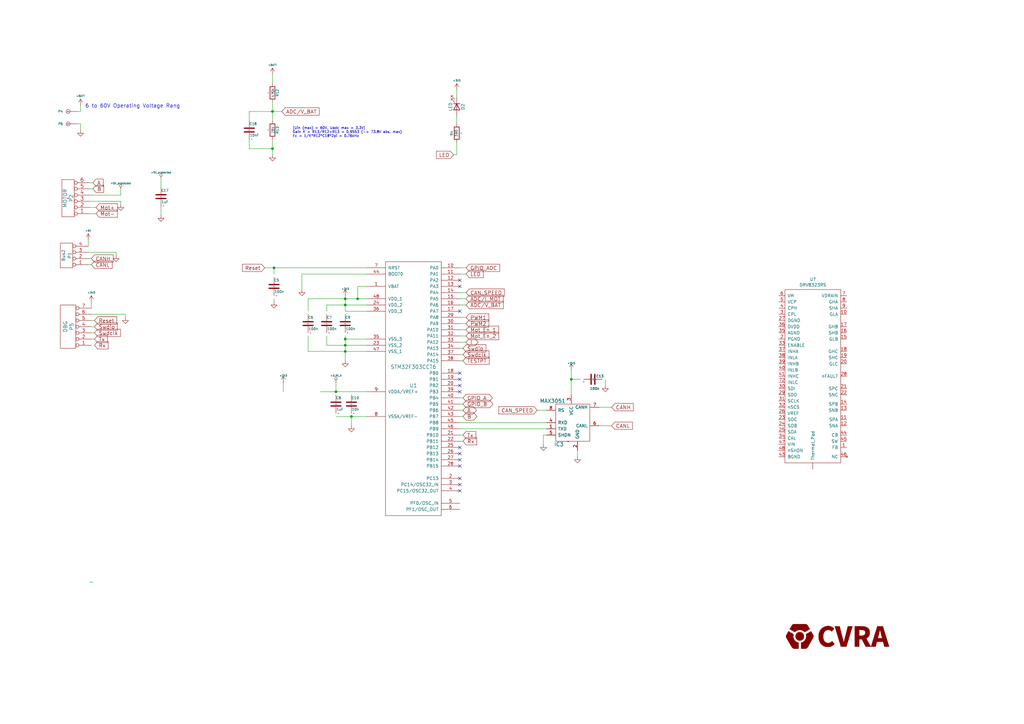
<source format=kicad_sch>
(kicad_sch (version 20230121) (generator eeschema)
  (paper "A3")
  (title_block (title "Motor control board") (date "11 apr 2015") (rev "V00") (company "CVRA"))
  (lib_symbols
    (symbol "3phase-rescue:+3.3V-power" (power) (pin_names (offset 0))
      (property "Value" "+3.3V-power" (at 0 3.556 0))
      (symbol "+3.3V-power_1_1"
        (pin power_in line (at 0 0 90) (length 0) hide (name "+3V3") (number "1"))
      )
    )
    (symbol "3phase-rescue:+3.3V_A-Comp2014" (power) (pin_names (offset 0))
      (property "Value" "+3.3V_A-Comp2014" (at 0 2.794 0))
      (symbol "+3.3V_A-Comp2014_0_0"
        (pin power_in line (at 0 0 90) (length 0) hide (name "+3.3V_A") (number "1"))
      )
    )
    (symbol "3phase-rescue:+5V_protected-Comp2014" (power) (pin_names (offset 1.016))
      (property "Value" "+5V_protected-Comp2014" (at 0 2.286 0))
      (symbol "+5V_protected-Comp2014_0_0"
        (pin power_in line (at 0 0 90) (length 0) hide (name "+5V_protected") (number "1"))
      )
    )
    (symbol "3phase-rescue:CONN_1-phoenix" (pin_numbers hide) (pin_names (offset 0.762) hide)
      (property "Reference" "P" (at 2.032 0 0))
      (symbol "CONN_1-phoenix_1_1"
        (pin passive line (at -3.81 0 0) (length 2.54) (name "1") (number "1"))
      )
    )
    (symbol "3phase-rescue:CONN_4-phoenix" (pin_names (offset 1.016) hide)
      (property "Reference" "P" (at -1.27 0 90))
      (property "Value" "phoenix:CONN_4" (at 1.27 0 90))
      (symbol "CONN_4-phoenix_1_1"
        (pin passive inverted (at -8.89 3.81 0) (length 6.35) (name "P1") (number "1"))
        (pin passive inverted (at -8.89 1.27 0) (length 6.35) (name "P2") (number "2"))
        (pin passive inverted (at -8.89 -1.27 0) (length 6.35) (name "P3") (number "3"))
        (pin passive inverted (at -8.89 -3.81 0) (length 6.35) (name "P4") (number "4"))
      )
    )
    (symbol "3phase-rescue:CONN_6-phoenix" (pin_names (offset 0.762) hide)
      (property "Reference" "P" (at -1.27 0 90))
      (property "Value" "phoenix:CONN_6" (at 1.27 0 90))
      (symbol "CONN_6-phoenix_1_1"
        (pin passive inverted (at -8.89 6.35 0) (length 6.35) (name "1") (number "1"))
        (pin passive inverted (at -8.89 3.81 0) (length 6.35) (name "2") (number "2"))
        (pin passive inverted (at -8.89 1.27 0) (length 6.35) (name "3") (number "3"))
        (pin passive inverted (at -8.89 -1.27 0) (length 6.35) (name "4") (number "4"))
        (pin passive inverted (at -8.89 -3.81 0) (length 6.35) (name "5") (number "5"))
        (pin passive inverted (at -8.89 -6.35 0) (length 6.35) (name "6") (number "6"))
      )
    )
    (symbol "3phase-rescue:CONN_7-phoenix" (pin_names (offset 1.016) hide)
      (property "Reference" "P" (at -0.762 0 90))
      (property "Value" "phoenix:CONN_7" (at 1.778 0 90))
      (symbol "CONN_7-phoenix_1_1"
        (pin passive inverted (at -8.89 7.62 0) (length 6.35) (name "P1") (number "1"))
        (pin passive inverted (at -8.89 5.08 0) (length 6.35) (name "P2") (number "2"))
        (pin passive inverted (at -8.89 2.54 0) (length 6.35) (name "P3") (number "3"))
        (pin passive inverted (at -8.89 0 0) (length 6.35) (name "P4") (number "4"))
        (pin passive inverted (at -8.89 -2.54 0) (length 6.35) (name "P5") (number "5"))
        (pin passive inverted (at -8.89 -5.08 0) (length 6.35) (name "P6") (number "6"))
        (pin passive inverted (at -8.89 -7.62 0) (length 6.35) (name "P7") (number "7"))
      )
    )
    (symbol "3phase-rescue:CVRA_logo-logo" (pin_names (offset 1.016)))
    (symbol "3phase-rescue:DRV8323RS-cvra" (pin_names (offset 1.016))
      (property "Reference" "U" (at 10.16 36.83 0))
      (property "Value" "cvra:DRV8323RS" (at -6.35 36.83 0))
      (symbol "DRV8323RS-cvra_1_1"
        (pin input line (at 13.97 -29.21 180) (length 2.54) (name "FB") (number "1"))
        (pin output line (at 13.97 25.4 180) (length 2.54) (name "GLA") (number "10"))
        (pin input line (at 13.97 -17.78 180) (length 2.54) (name "SPA") (number "11"))
        (pin input line (at 13.97 -20.32 180) (length 2.54) (name "SNA") (number "12"))
        (pin input line (at 13.97 -13.97 180) (length 2.54) (name "SNB") (number "13"))
        (pin input line (at 13.97 -11.43 180) (length 2.54) (name "SPB") (number "14"))
        (pin output line (at 13.97 15.24 180) (length 2.54) (name "GLB") (number "15"))
        (pin input line (at 13.97 17.78 180) (length 2.54) (name "SHB") (number "16"))
        (pin output line (at 13.97 20.32 180) (length 2.54) (name "GHB") (number "17"))
        (pin output line (at 13.97 10.16 180) (length 2.54) (name "GHC") (number "18"))
        (pin input line (at 13.97 7.62 180) (length 2.54) (name "SHC") (number "19"))
        (pin power_in line (at -13.97 15.24 0) (length 2.54) (name "PGND") (number "2"))
        (pin output line (at 13.97 5.08 180) (length 2.54) (name "GLC") (number "20"))
        (pin input line (at 13.97 -5.08 180) (length 2.54) (name "SPC") (number "21"))
        (pin input line (at 13.97 -7.62 180) (length 2.54) (name "SNC") (number "22"))
        (pin output line (at -13.97 -17.78 0) (length 2.54) (name "SOC") (number "23"))
        (pin output line (at -13.97 -20.32 0) (length 2.54) (name "SOB") (number "24"))
        (pin output line (at -13.97 -22.86 0) (length 2.54) (name "SOA") (number "25"))
        (pin power_in line (at -13.97 -15.24 0) (length 2.54) (name "VREF") (number "26"))
        (pin power_in line (at -13.97 22.86 0) (length 2.54) (name "DGND") (number "27"))
        (pin open_collector line (at 13.97 0 180) (length 2.54) (name "nFAULT") (number "28"))
        (pin open_collector line (at -13.97 -7.62 0) (length 2.54) (name "SDO") (number "29"))
        (pin power_in line (at -13.97 25.4 0) (length 2.54) (name "CPL") (number "3"))
        (pin input line (at -13.97 -5.08 0) (length 2.54) (name "SDI") (number "30"))
        (pin input line (at -13.97 -10.16 0) (length 2.54) (name "SCLK") (number "31"))
        (pin input line (at -13.97 -12.7 0) (length 2.54) (name "nSCS") (number "32"))
        (pin input line (at -13.97 12.7 0) (length 2.54) (name "ENABLE") (number "33"))
        (pin input line (at -13.97 -25.4 0) (length 2.54) (name "CAL") (number "34"))
        (pin power_in line (at -13.97 17.78 0) (length 2.54) (name "AGND") (number "35"))
        (pin power_out line (at -13.97 20.32 0) (length 2.54) (name "DVDD") (number "36"))
        (pin input line (at -13.97 10.16 0) (length 2.54) (name "INHA") (number "37"))
        (pin input line (at -13.97 7.62 0) (length 2.54) (name "INLA") (number "38"))
        (pin input line (at -13.97 5.08 0) (length 2.54) (name "INHB") (number "39"))
        (pin power_in line (at -13.97 27.94 0) (length 2.54) (name "CPH") (number "4"))
        (pin input line (at -13.97 2.54 0) (length 2.54) (name "INLB") (number "40"))
        (pin input line (at -13.97 0 0) (length 2.54) (name "INHC") (number "41"))
        (pin power_in line (at -13.97 -33.02 0) (length 2.54) (name "BGND") (number "43"))
        (pin power_in line (at 13.97 -24.13 180) (length 2.54) (name "CB") (number "44"))
        (pin output line (at 13.97 -26.67 180) (length 2.54) (name "SW") (number "45"))
        (pin no_connect line (at 13.97 -33.02 180) (length 2.54) (name "NC") (number "46"))
        (pin power_in line (at -13.97 -27.94 0) (length 2.54) (name "VIN") (number "47"))
        (pin input line (at -13.97 -30.48 0) (length 2.54) (name "nSHDN") (number "48"))
        (pin power_in line (at -13.97 30.48 0) (length 2.54) (name "VCP") (number "5"))
        (pin power_in line (at -13.97 33.02 0) (length 2.54) (name "VM") (number "6"))
        (pin input line (at 13.97 33.02 180) (length 2.54) (name "VDRAIN") (number "7"))
        (pin input line (at -13.97 -2.54 0) (length 2.54) (name "INLC") (number "72"))
        (pin output line (at 13.97 30.48 180) (length 2.54) (name "GHA") (number "8"))
        (pin input line (at 13.97 27.94 180) (length 2.54) (name "SHA") (number "9"))
        (pin power_in line (at 0 -38.1 90) (length 2.54) (name "Thermal_Pad") (number "~"))
      )
    )
    (symbol "3phase-rescue:MAX3051-Comp2014" (pin_names (offset 1.016))
      (property "Reference" "IC" (at -3.81 -1.27 0))
      (property "Value" "Comp2014:MAX3051" (at -6.35 16.51 0))
      (symbol "MAX3051-Comp2014_1_1"
        (pin bidirectional line (at -8.89 5.08 0) (length 3.6322) (name "TXD") (number "1"))
        (pin bidirectional line (at 3.81 -3.81 90) (length 3.6322) (name "GND") (number "2"))
        (pin bidirectional line (at 1.27 19.05 270) (length 3.6322) (name "VCC") (number "3"))
        (pin bidirectional line (at -8.89 7.62 0) (length 3.6322) (name "RXD") (number "4"))
        (pin bidirectional line (at -8.89 2.54 0) (length 3.6322) (name "SHDN") (number "5"))
        (pin bidirectional line (at 12.7 6.35 180) (length 3.6322) (name "CANL") (number "6"))
        (pin bidirectional line (at 12.7 13.97 180) (length 3.6322) (name "CANH") (number "7"))
        (pin bidirectional line (at -8.89 12.7 0) (length 3.6322) (name "RS") (number "8"))
      )
    )
    (symbol "3phase-rescue:STM32F303CCT6-_stm32" (pin_names (offset 1.016))
      (property "Reference" "U" (at 0 1.27 0))
      (property "Value" "_stm32:STM32F303CCT6" (at 0 8.89 0))
      (symbol "STM32F303CCT6-_stm32_1_1"
        (pin bidirectional line (at -19.05 41.91 0) (length 7.62) (name "VBAT") (number "1"))
        (pin bidirectional line (at 19.05 49.53 180) (length 7.62) (name "PA0") (number "10"))
        (pin bidirectional line (at 19.05 46.99 180) (length 7.62) (name "PA1") (number "11"))
        (pin bidirectional line (at 19.05 44.45 180) (length 7.62) (name "PA2") (number "12"))
        (pin bidirectional line (at 19.05 41.91 180) (length 7.62) (name "PA3") (number "13"))
        (pin bidirectional line (at 19.05 39.37 180) (length 7.62) (name "PA4") (number "14"))
        (pin bidirectional line (at 19.05 36.83 180) (length 7.62) (name "PA5") (number "15"))
        (pin bidirectional line (at 19.05 34.29 180) (length 7.62) (name "PA6") (number "16"))
        (pin bidirectional line (at 19.05 31.75 180) (length 7.62) (name "PA7") (number "17"))
        (pin bidirectional line (at 19.05 6.35 180) (length 7.62) (name "PB0") (number "18"))
        (pin bidirectional line (at 19.05 3.81 180) (length 7.62) (name "PB1") (number "19"))
        (pin bidirectional line (at 19.05 -36.83 180) (length 7.62) (name "PC13") (number "2"))
        (pin bidirectional line (at 19.05 1.27 180) (length 7.62) (name "PB2") (number "20"))
        (pin bidirectional line (at 19.05 -19.05 180) (length 7.62) (name "PB10") (number "21"))
        (pin bidirectional line (at 19.05 -21.59 180) (length 7.62) (name "PB11") (number "22"))
        (pin bidirectional line (at -19.05 17.78 0) (length 7.62) (name "VSS_2") (number "23"))
        (pin bidirectional line (at -19.05 34.29 0) (length 7.62) (name "VDD_2") (number "24"))
        (pin bidirectional line (at 19.05 -24.13 180) (length 7.62) (name "PB12") (number "25"))
        (pin bidirectional line (at 19.05 -26.67 180) (length 7.62) (name "PB13") (number "26"))
        (pin bidirectional line (at 19.05 -29.21 180) (length 7.62) (name "PB14") (number "27"))
        (pin bidirectional line (at 19.05 -31.75 180) (length 7.62) (name "PB15") (number "28"))
        (pin bidirectional line (at 19.05 29.21 180) (length 7.62) (name "PA8") (number "29"))
        (pin bidirectional line (at 19.05 -39.37 180) (length 7.62) (name "PC14/OSC32_IN") (number "3"))
        (pin bidirectional line (at 19.05 26.67 180) (length 7.62) (name "PA9") (number "30"))
        (pin bidirectional line (at 19.05 24.13 180) (length 7.62) (name "PA10") (number "31"))
        (pin bidirectional line (at 19.05 21.59 180) (length 7.62) (name "PA11") (number "32"))
        (pin bidirectional line (at 19.05 19.05 180) (length 7.62) (name "PA12") (number "33"))
        (pin bidirectional line (at 19.05 16.51 180) (length 7.62) (name "PA13") (number "34"))
        (pin bidirectional line (at -19.05 20.32 0) (length 7.62) (name "VSS_3") (number "35"))
        (pin bidirectional line (at -19.05 31.75 0) (length 7.62) (name "VDD_3") (number "36"))
        (pin bidirectional line (at 19.05 13.97 180) (length 7.62) (name "PA14") (number "37"))
        (pin bidirectional line (at 19.05 11.43 180) (length 7.62) (name "PA15") (number "38"))
        (pin bidirectional line (at 19.05 -1.27 180) (length 7.62) (name "PB3") (number "39"))
        (pin bidirectional line (at 19.05 -41.91 180) (length 7.62) (name "PC15/OSC32_OUT") (number "4"))
        (pin bidirectional line (at 19.05 -3.81 180) (length 7.62) (name "PB4") (number "40"))
        (pin bidirectional line (at 19.05 -6.35 180) (length 7.62) (name "PB5") (number "41"))
        (pin bidirectional line (at 19.05 -8.89 180) (length 7.62) (name "PB6") (number "42"))
        (pin bidirectional line (at 19.05 -11.43 180) (length 7.62) (name "PB7") (number "43"))
        (pin bidirectional line (at -19.05 46.99 0) (length 7.62) (name "BOOT0") (number "44"))
        (pin bidirectional line (at 19.05 -13.97 180) (length 7.62) (name "PB8") (number "45"))
        (pin bidirectional line (at 19.05 -16.51 180) (length 7.62) (name "PB9") (number "46"))
        (pin bidirectional line (at -19.05 15.24 0) (length 7.62) (name "VSS_1") (number "47"))
        (pin bidirectional line (at -19.05 36.83 0) (length 7.62) (name "VDD_1") (number "48"))
        (pin bidirectional line (at 19.05 -46.99 180) (length 7.62) (name "PF0/OSC_IN") (number "5"))
        (pin bidirectional line (at 19.05 -49.53 180) (length 7.62) (name "PF1/OSC_OUT") (number "6"))
        (pin bidirectional line (at -19.05 49.53 0) (length 7.62) (name "NRST") (number "7"))
        (pin bidirectional line (at -19.05 -11.43 0) (length 7.62) (name "VSSA/VREF-") (number "8"))
        (pin bidirectional line (at -19.05 -1.27 0) (length 7.62) (name "VDDA/VREF+") (number "9"))
      )
    )
    (symbol "Device:C" (pin_numbers hide) (pin_names (offset 0.254))
      (property "Reference" "C" (at 0.635 2.54 0))
      (property "Value" "C" (at 0.635 -2.54 0))
      (symbol "C_1_1"
        (pin passive line (at 0 3.81 270) (length 2.794) (name "~") (number "1"))
        (pin passive line (at 0 -3.81 90) (length 2.794) (name "~") (number "2"))
      )
    )
    (symbol "Device:LED" (pin_numbers hide) (pin_names (offset 1.016) hide)
      (property "Reference" "D" (at 0 2.54 0))
      (property "Value" "LED" (at 0 -2.54 0))
      (symbol "LED_1_1"
        (pin passive line (at -3.81 0 0) (length 2.54) (name "K") (number "1"))
        (pin passive line (at 3.81 0 180) (length 2.54) (name "A") (number "2"))
      )
    )
    (symbol "Device:R" (pin_numbers hide) (pin_names (offset 0))
      (property "Reference" "R" (at 2.032 0 90))
      (property "Value" "R" (at 0 0 90))
      (symbol "R_1_1"
        (pin passive line (at 0 3.81 270) (length 1.27) (name "~") (number "1"))
        (pin passive line (at 0 -3.81 90) (length 1.27) (name "~") (number "2"))
      )
    )
    (symbol "power:+5V" (power) (pin_names (offset 0))
      (property "Value" "+5V" (at 0 3.556 0))
      (symbol "+5V_1_1"
        (pin power_in line (at 0 0 90) (length 0) hide (name "+5V") (number "1"))
      )
    )
    (symbol "power:+BATT" (power) (pin_names (offset 0))
      (property "Value" "+BATT" (at 0 3.556 0))
      (symbol "+BATT_1_1"
        (pin power_in line (at 0 0 90) (length 0) hide (name "+BATT") (number "1"))
      )
    )
    (symbol "power:GND" (power) (pin_names (offset 0))
      (property "Value" "GND" (at 0 -3.81 0))
      (symbol "GND_1_1"
        (pin power_in line (at 0 0 270) (length 0) hide (name "GND") (number "1"))
      )
    )
  )
  (junction (at 137.795 160.655))
  (junction (at 141.605 122.555))
  (junction (at 112.395 109.855))
  (junction (at 141.605 139.065))
  (junction (at 146.685 122.555))
  (junction (at 234.315 155.575))
  (junction (at 144.145 170.815))
  (junction (at 141.605 144.145))
  (junction (at 141.605 141.605))
  (junction (at 111.76 45.72))
  (junction (at 141.605 125.095))
  (junction (at 111.76 60.96))
  (no_connect (at 188.595 153.035))
  (no_connect (at 188.595 183.515))
  (no_connect (at 188.595 198.755))
  (no_connect (at 188.595 127.635))
  (no_connect (at 188.595 188.595))
  (no_connect (at 188.595 114.935))
  (no_connect (at 188.595 117.475))
  (no_connect (at 188.595 160.655))
  (no_connect (at 188.595 196.215))
  (no_connect (at 188.595 158.115))
  (no_connect (at 188.595 155.575))
  (no_connect (at 188.595 191.135))
  (no_connect (at 188.595 186.055))
  (no_connect (at 188.595 201.295))
  (wire (pts (xy 220.345 168.275) (xy 224.155 168.275)))
  (wire (pts (xy 150.495 112.395) (xy 123.825 112.395)))
  (wire (pts (xy 31.75 45.72) (xy 33.02 45.72)))
  (wire (pts (xy 144.145 170.815) (xy 144.145 174.625)))
  (wire (pts (xy 234.315 151.765) (xy 234.315 155.575)))
  (wire (pts (xy 189.865 178.435) (xy 188.595 178.435)))
  (wire (pts (xy 187.325 47.625) (xy 187.325 50.8)))
  (wire (pts (xy 36.195 106.045) (xy 37.465 106.045)))
  (wire (pts (xy 141.605 141.605) (xy 150.495 141.605)))
  (wire (pts (xy 191.135 140.335) (xy 188.595 140.335)))
  (wire (pts (xy 49.53 80.01) (xy 49.53 77.47)))
  (wire (pts (xy 133.985 141.605) (xy 141.605 141.605)))
  (wire (pts (xy 191.135 122.555) (xy 188.595 122.555)))
  (wire (pts (xy 189.865 163.195) (xy 188.595 163.195)))
  (wire (pts (xy 36.83 77.47) (xy 38.1 77.47)))
  (wire (pts (xy 191.135 132.715) (xy 188.595 132.715)))
  (wire (pts (xy 141.605 121.285) (xy 141.605 122.555)))
  (wire (pts (xy 133.985 125.095) (xy 141.605 125.095)))
  (wire (pts (xy 141.605 125.095) (xy 141.605 127.635)))
  (wire (pts (xy 189.865 142.875) (xy 188.595 142.875)))
  (wire (pts (xy 133.985 141.605) (xy 133.985 137.795)))
  (wire (pts (xy 222.885 178.435) (xy 222.885 182.245)))
  (wire (pts (xy 150.495 139.065) (xy 141.605 139.065)))
  (wire (pts (xy 31.75 50.8) (xy 33.02 50.8)))
  (wire (pts (xy 112.395 109.855) (xy 150.495 109.855)))
  (wire (pts (xy 36.195 108.585) (xy 37.465 108.585)))
  (wire (pts (xy 66.04 88.265) (xy 66.04 84.455)))
  (wire (pts (xy 66.04 76.835) (xy 66.04 73.025)))
  (wire (pts (xy 189.865 168.275) (xy 188.595 168.275)))
  (wire (pts (xy 108.585 109.855) (xy 112.395 109.855)))
  (wire (pts (xy 111.76 45.72) (xy 115.57 45.72)))
  (wire (pts (xy 37.465 133.985) (xy 38.735 133.985)))
  (wire (pts (xy 141.605 125.095) (xy 150.495 125.095)))
  (wire (pts (xy 126.365 144.145) (xy 141.605 144.145)))
  (wire (pts (xy 102.235 60.96) (xy 111.76 60.96)))
  (wire (pts (xy 146.685 117.475) (xy 150.495 117.475)))
  (wire (pts (xy 36.83 85.09) (xy 39.37 85.09)))
  (wire (pts (xy 137.795 156.845) (xy 137.795 160.655)))
  (wire (pts (xy 112.395 123.825) (xy 112.395 122.555)))
  (wire (pts (xy 126.365 144.145) (xy 126.365 137.795)))
  (wire (pts (xy 102.235 45.72) (xy 111.76 45.72)))
  (wire (pts (xy 33.02 45.72) (xy 33.02 43.18)))
  (wire (pts (xy 33.02 50.8) (xy 33.02 53.34)))
  (wire (pts (xy 47.625 103.505) (xy 47.625 104.775)))
  (wire (pts (xy 141.605 127.635) (xy 150.495 127.635)))
  (wire (pts (xy 49.53 83.82) (xy 49.53 82.55)))
  (wire (pts (xy 144.145 170.815) (xy 150.495 170.815)))
  (wire (pts (xy 126.365 122.555) (xy 126.365 127.635)))
  (wire (pts (xy 189.865 180.975) (xy 188.595 180.975)))
  (wire (pts (xy 36.83 80.01) (xy 49.53 80.01)))
  (wire (pts (xy 102.235 57.15) (xy 102.235 60.96)))
  (wire (pts (xy 133.985 125.095) (xy 133.985 127.635)))
  (wire (pts (xy 37.465 136.525) (xy 38.735 136.525)))
  (wire (pts (xy 36.83 87.63) (xy 39.37 87.63)))
  (wire (pts (xy 224.155 175.895) (xy 188.595 175.895)))
  (wire (pts (xy 37.465 128.905) (xy 51.435 128.905)))
  (wire (pts (xy 224.155 178.435) (xy 222.885 178.435)))
  (wire (pts (xy 189.865 147.955) (xy 188.595 147.955)))
  (wire (pts (xy 141.605 122.555) (xy 141.605 125.095)))
  (wire (pts (xy 141.605 122.555) (xy 146.685 122.555)))
  (wire (pts (xy 236.855 184.785) (xy 236.855 187.325)))
  (wire (pts (xy 51.435 128.905) (xy 51.435 130.175)))
  (wire (pts (xy 36.195 103.505) (xy 47.625 103.505)))
  (wire (pts (xy 111.76 57.15) (xy 111.76 60.96)))
  (wire (pts (xy 111.76 60.96) (xy 111.76 63.5)))
  (wire (pts (xy 126.365 122.555) (xy 141.605 122.555)))
  (wire (pts (xy 37.465 126.365) (xy 37.465 123.825)))
  (wire (pts (xy 141.605 141.605) (xy 141.605 144.145)))
  (wire (pts (xy 137.795 170.815) (xy 144.145 170.815)))
  (wire (pts (xy 146.685 122.555) (xy 146.685 117.475)))
  (wire (pts (xy 191.135 125.095) (xy 188.595 125.095)))
  (wire (pts (xy 116.205 156.845) (xy 116.205 160.655)))
  (wire (pts (xy 187.325 63.5) (xy 187.325 58.42)))
  (wire (pts (xy 137.795 160.655) (xy 150.495 160.655)))
  (wire (pts (xy 191.135 137.795) (xy 188.595 137.795)))
  (wire (pts (xy 131.445 160.655) (xy 137.795 160.655)))
  (wire (pts (xy 111.76 41.91) (xy 111.76 45.72)))
  (wire (pts (xy 111.76 45.72) (xy 111.76 49.53)))
  (wire (pts (xy 187.325 36.83) (xy 187.325 40.005)))
  (wire (pts (xy 102.235 45.72) (xy 102.235 49.53)))
  (wire (pts (xy 191.135 135.255) (xy 188.595 135.255)))
  (wire (pts (xy 36.83 238.76) (xy 38.1 238.76)))
  (wire (pts (xy 234.315 155.575) (xy 238.125 155.575)))
  (wire (pts (xy 37.465 139.065) (xy 38.735 139.065)))
  (wire (pts (xy 188.595 173.355) (xy 224.155 173.355)))
  (wire (pts (xy 112.395 109.855) (xy 112.395 112.395)))
  (wire (pts (xy 141.605 144.145) (xy 141.605 147.955)))
  (wire (pts (xy 245.745 174.625) (xy 250.825 174.625)))
  (wire (pts (xy 123.825 112.395) (xy 123.825 118.745)))
  (wire (pts (xy 49.53 82.55) (xy 36.83 82.55)))
  (wire (pts (xy 37.465 131.445) (xy 38.735 131.445)))
  (wire (pts (xy 234.315 155.575) (xy 234.315 161.925)))
  (wire (pts (xy 36.83 74.93) (xy 38.1 74.93)))
  (wire (pts (xy 189.865 145.415) (xy 188.595 145.415)))
  (wire (pts (xy 111.76 30.48) (xy 111.76 34.29)))
  (wire (pts (xy 191.135 109.855) (xy 188.595 109.855)))
  (wire (pts (xy 186.055 63.5) (xy 187.325 63.5)))
  (wire (pts (xy 189.865 170.815) (xy 188.595 170.815)))
  (wire (pts (xy 141.605 139.065) (xy 141.605 141.605)))
  (wire (pts (xy 188.595 112.395) (xy 191.135 112.395)))
  (wire (pts (xy 141.605 144.145) (xy 150.495 144.145)))
  (wire (pts (xy 146.685 122.555) (xy 150.495 122.555)))
  (wire (pts (xy 191.135 130.175) (xy 188.595 130.175)))
  (wire (pts (xy 141.605 137.795) (xy 141.605 139.065)))
  (wire (pts (xy 245.745 167.005) (xy 250.825 167.005)))
  (wire (pts (xy 191.135 120.015) (xy 188.595 120.015)))
  (wire (pts (xy 36.195 100.965) (xy 36.195 98.425)))
  (wire (pts (xy 189.865 165.735) (xy 188.595 165.735)))
  (wire (pts (xy 248.285 155.575) (xy 248.285 158.115)))
  (text "[Uin (max) = 60V, Uadc max = 3.3V]\nGain K = R13/R12+R13 = 0.9553 (-> 73.8V abs. max)\nFc = 1/K*R12*C18*2pi = 0.76kHz" (at 120.015 56.515 0) (effects (font (size 1.016 1.016)) (justify left bottom)))
  (text "6 to 60V Operating Voltage Rang" (at 34.925 44.45 0) (effects (font (size 1.524 1.524)) (justify left bottom)))
  (global_label "LED" (shape input) (at 186.055 63.5 180) (effects (font (size 1.524 1.524))) (property "Intersheetrefs" "${INTERSHEET_REFS}" (effects hide)))
  (global_label "Reset" (shape input) (at 108.585 109.855 180) (effects (font (size 1.524 1.524))) (property "Intersheetrefs" "${INTERSHEET_REFS}" (effects hide)))
  (global_label "Swdclk" (shape input) (at 189.865 145.415 0) (effects (font (size 1.524 1.524))) (property "Intersheetrefs" "${INTERSHEET_REFS}" (effects hide)))
  (global_label "Reset" (shape input) (at 38.735 131.445 0) (effects (font (size 1.524 1.524))) (property "Intersheetrefs" "${INTERSHEET_REFS}" (effects hide)))
  (global_label "A" (shape input) (at 38.1 74.93 0) (effects (font (size 1.524 1.524))) (property "Intersheetrefs" "${INTERSHEET_REFS}" (effects hide)))
  (global_label "ADC/I_MOT" (shape input) (at 191.135 122.555 0) (effects (font (size 1.524 1.524))) (property "Intersheetrefs" "${INTERSHEET_REFS}" (effects hide)))
  (global_label "CANH" (shape input) (at 37.465 106.045 0) (effects (font (size 1.524 1.524))) (property "Intersheetrefs" "${INTERSHEET_REFS}" (effects hide)))
  (global_label "I" (shape bidirectional) (at 191.135 140.335 0) (effects (font (size 1.524 1.524))) (property "Intersheetrefs" "${INTERSHEET_REFS}" (effects hide)))
  (global_label "Tx" (shape input) (at 38.735 139.065 0) (effects (font (size 1.524 1.524))) (property "Intersheetrefs" "${INTERSHEET_REFS}" (effects hide)))
  (global_label "LED" (shape input) (at 191.135 112.395 0) (effects (font (size 1.524 1.524))) (property "Intersheetrefs" "${INTERSHEET_REFS}" (effects hide)))
  (global_label "CANL" (shape input) (at 37.465 108.585 0) (effects (font (size 1.524 1.524))) (property "Intersheetrefs" "${INTERSHEET_REFS}" (effects hide)))
  (global_label "Mot_En_2" (shape input) (at 191.135 137.795 0) (effects (font (size 1.524 1.524))) (property "Intersheetrefs" "${INTERSHEET_REFS}" (effects hide)))
  (global_label "Swdio" (shape input) (at 38.735 133.985 0) (effects (font (size 1.524 1.524))) (property "Intersheetrefs" "${INTERSHEET_REFS}" (effects hide)))
  (global_label "PWM1" (shape input) (at 191.135 130.175 0) (effects (font (size 1.524 1.524))) (property "Intersheetrefs" "${INTERSHEET_REFS}" (effects hide)))
  (global_label "Swdio" (shape input) (at 189.865 142.875 0) (effects (font (size 1.524 1.524))) (property "Intersheetrefs" "${INTERSHEET_REFS}" (effects hide)))
  (global_label "ADC/V_BAT" (shape input) (at 115.57 45.72 0) (effects (font (size 1.524 1.524))) (property "Intersheetrefs" "${INTERSHEET_REFS}" (effects hide)))
  (global_label "Tx" (shape input) (at 189.865 178.435 0) (effects (font (size 1.524 1.524))) (property "Intersheetrefs" "${INTERSHEET_REFS}" (effects hide)))
  (global_label "CAN_SPEED" (shape input) (at 220.345 168.275 180) (effects (font (size 1.524 1.524))) (property "Intersheetrefs" "${INTERSHEET_REFS}" (effects hide)))
  (global_label "B" (shape input) (at 38.1 77.47 0) (effects (font (size 1.524 1.524))) (property "Intersheetrefs" "${INTERSHEET_REFS}" (effects hide)))
  (global_label "CANL" (shape input) (at 250.825 174.625 0) (effects (font (size 1.524 1.524))) (property "Intersheetrefs" "${INTERSHEET_REFS}" (effects hide)))
  (global_label "ADC/V_BAT" (shape input) (at 191.135 125.095 0) (effects (font (size 1.524 1.524))) (property "Intersheetrefs" "${INTERSHEET_REFS}" (effects hide)))
  (global_label "B" (shape bidirectional) (at 189.865 170.815 0) (effects (font (size 1.524 1.524))) (property "Intersheetrefs" "${INTERSHEET_REFS}" (effects hide)))
  (global_label "GPIO_B" (shape bidirectional) (at 189.865 165.735 0) (effects (font (size 1.524 1.524))) (property "Intersheetrefs" "${INTERSHEET_REFS}" (effects hide)))
  (global_label "Swdclk" (shape input) (at 38.735 136.525 0) (effects (font (size 1.524 1.524))) (property "Intersheetrefs" "${INTERSHEET_REFS}" (effects hide)))
  (global_label "PWM2" (shape input) (at 191.135 132.715 0) (effects (font (size 1.524 1.524))) (property "Intersheetrefs" "${INTERSHEET_REFS}" (effects hide)))
  (global_label "Rx" (shape input) (at 189.865 180.975 0) (effects (font (size 1.524 1.524))) (property "Intersheetrefs" "${INTERSHEET_REFS}" (effects hide)))
  (global_label "GPIO_ADC" (shape input) (at 191.135 109.855 0) (effects (font (size 1.524 1.524))) (property "Intersheetrefs" "${INTERSHEET_REFS}" (effects hide)))
  (global_label "A" (shape bidirectional) (at 189.865 168.275 0) (effects (font (size 1.524 1.524))) (property "Intersheetrefs" "${INTERSHEET_REFS}" (effects hide)))
  (global_label "Mot-" (shape input) (at 39.37 87.63 0) (effects (font (size 1.524 1.524))) (property "Intersheetrefs" "${INTERSHEET_REFS}" (effects hide)))
  (global_label "Rx" (shape input) (at 38.735 141.605 0) (effects (font (size 1.524 1.524))) (property "Intersheetrefs" "${INTERSHEET_REFS}" (effects hide)))
  (global_label "Mot_En_1" (shape input) (at 191.135 135.255 0) (effects (font (size 1.524 1.524))) (property "Intersheetrefs" "${INTERSHEET_REFS}" (effects hide)))
  (global_label "CANH" (shape input) (at 250.825 167.005 0) (effects (font (size 1.524 1.524))) (property "Intersheetrefs" "${INTERSHEET_REFS}" (effects hide)))
  (global_label "Mot+" (shape input) (at 39.37 85.09 0) (effects (font (size 1.524 1.524))) (property "Intersheetrefs" "${INTERSHEET_REFS}" (effects hide)))
  (global_label "GPIO_A" (shape bidirectional) (at 189.865 163.195 0) (effects (font (size 1.524 1.524))) (property "Intersheetrefs" "${INTERSHEET_REFS}" (effects hide)))
  (global_label "TESTPT" (shape input) (at 189.865 147.955 0) (effects (font (size 1.524 1.524))) (property "Intersheetrefs" "${INTERSHEET_REFS}" (effects hide)))
  (global_label "CAN_SPEED" (shape input) (at 191.135 120.015 0) (effects (font (size 1.524 1.524))) (property "Intersheetrefs" "${INTERSHEET_REFS}" (effects hide)))
  (symbol (lib_id "3phase-rescue:STM32F303CCT6-_stm32") (at 169.545 159.385 0) (unit 1)
    (property "Reference" "U1" (at 169.545 158.115 0) (effects (font (size 1.524 1.524))))
    (property "Value" "STM32F303CCT6" (at 169.545 150.495 0) (effects (font (size 1.524 1.524))))
    (property "Footprint" "MODULE" (effects hide))
    (property "Datasheet" "DOCUMENTATION" (effects hide))
  )
  (symbol (lib_id "3phase-rescue:+3.3V-power") (at 37.465 123.825 0) (unit 1)
    (property "Reference" "#PWR02" (effects hide))
    (property "Value" "+3.3V" (at 37.465 120.015 0) (effects (font (size 0.762 0.762))))
  )
  (symbol (lib_id "power:+BATT") (at 33.02 43.18 0) (unit 1)
    (property "Reference" "#PWR014" (effects hide))
    (property "Value" "+BATT" (at 33.02 39.37 0) (effects (font (size 0.762 0.762))))
  )
  (symbol (lib_id "Device:R") (at 187.325 54.61 180) (unit 1)
    (property "Reference" "R4" (at 185.293 54.61 90) (effects (font (size 1.016 1.016))))
    (property "Value" "330" (at 187.1472 54.6354 90) (effects (font (size 1.016 1.016))))
    (property "Footprint" "~" (at 189.103 54.61 90) (effects (font (size 0.762 0.762))))
    (property "Datasheet" "~" (at 187.325 54.61 0) (effects (font (size 0.762 0.762))))
  )
  (symbol (lib_id "3phase-rescue:+3.3V-power") (at 187.325 36.83 0) (unit 1)
    (property "Reference" "#PWR017" (effects hide))
    (property "Value" "+3.3V" (at 187.325 33.02 0) (effects (font (size 0.762 0.762))))
  )
  (symbol (lib_id "3phase-rescue:MAX3051-Comp2014") (at 233.045 180.975 0) (unit 1)
    (property "Reference" "IC3" (at 229.235 182.245 0) (effects (font (size 1.524 1.524))))
    (property "Value" "MAX3051" (at 226.695 164.465 0) (effects (font (size 1.524 1.524))))
    (property "Footprint" "~" (at 233.045 180.975 0) (effects (font (size 1.524 1.524))))
    (property "Datasheet" "~" (at 233.045 180.975 0) (effects (font (size 1.524 1.524))))
  )
  (symbol (lib_id "3phase-rescue:+3.3V-power") (at 234.315 151.765 0) (unit 1)
    (property "Reference" "#PWR018" (effects hide))
    (property "Value" "+3.3V" (at 234.315 148.971 0) (effects (font (size 0.762 0.762))))
  )
  (symbol (lib_id "power:GND") (at 236.855 187.325 0) (unit 1)
    (property "Reference" "#PWR019" (effects hide))
    (property "Value" "GND" (effects hide))
  )
  (symbol (lib_id "Device:C") (at 243.205 155.575 270) (unit 1)
    (property "Reference" "C13" (at 244.475 154.305 90) (effects (font (size 1.016 1.016)) (justify left)))
    (property "Value" "100n" (at 241.935 159.385 90) (effects (font (size 1.016 1.016)) (justify left)))
    (property "Footprint" "~" (at 239.395 156.5402 0) (effects (font (size 0.762 0.762))))
    (property "Datasheet" "~" (at 243.205 155.575 0) (effects (font (size 1.524 1.524))))
  )
  (symbol (lib_id "power:GND") (at 248.285 158.115 0) (unit 1)
    (property "Reference" "#PWR020" (effects hide))
    (property "Value" "GND" (effects hide))
  )
  (symbol (lib_id "Device:C") (at 126.365 132.715 0) (unit 1)
    (property "Reference" "C6" (at 126.365 130.175 0) (effects (font (size 1.016 1.016)) (justify left)))
    (property "Value" "100n" (at 126.5174 134.874 0) (effects (font (size 1.016 1.016)) (justify left)))
    (property "Footprint" "~" (at 127.3302 136.525 0) (effects (font (size 0.762 0.762))))
    (property "Datasheet" "~" (at 126.365 132.715 0) (effects (font (size 1.524 1.524))))
  )
  (symbol (lib_id "Device:C") (at 133.985 132.715 0) (unit 1)
    (property "Reference" "C7" (at 133.985 130.175 0) (effects (font (size 1.016 1.016)) (justify left)))
    (property "Value" "100n" (at 134.1374 134.874 0) (effects (font (size 1.016 1.016)) (justify left)))
    (property "Footprint" "~" (at 134.9502 136.525 0) (effects (font (size 0.762 0.762))))
    (property "Datasheet" "~" (at 133.985 132.715 0) (effects (font (size 1.524 1.524))))
  )
  (symbol (lib_id "Device:C") (at 141.605 132.715 0) (unit 1)
    (property "Reference" "C9" (at 141.605 130.175 0) (effects (font (size 1.016 1.016)) (justify left)))
    (property "Value" "100n" (at 141.7574 134.874 0) (effects (font (size 1.016 1.016)) (justify left)))
    (property "Footprint" "~" (at 142.5702 136.525 0) (effects (font (size 0.762 0.762))))
    (property "Datasheet" "~" (at 141.605 132.715 0) (effects (font (size 1.524 1.524))))
  )
  (symbol (lib_id "power:GND") (at 141.605 147.955 0) (unit 1)
    (property "Reference" "#PWR022" (effects hide))
    (property "Value" "GND" (effects hide))
  )
  (symbol (lib_id "3phase-rescue:+3.3V-power") (at 141.605 121.285 0) (unit 1)
    (property "Reference" "#PWR023" (effects hide))
    (property "Value" "+3.3V" (at 141.605 118.491 0) (effects (font (size 0.762 0.762))))
  )
  (symbol (lib_id "Device:C") (at 144.145 165.735 0) (unit 1)
    (property "Reference" "C10" (at 144.145 163.195 0) (effects (font (size 1.016 1.016)) (justify left)))
    (property "Value" "10n" (at 144.2974 167.894 0) (effects (font (size 1.016 1.016)) (justify left)))
    (property "Footprint" "~" (at 145.1102 169.545 0) (effects (font (size 0.762 0.762))))
    (property "Datasheet" "~" (at 144.145 165.735 0) (effects (font (size 1.524 1.524))))
  )
  (symbol (lib_id "3phase-rescue:+3.3V-power") (at 116.205 156.845 0) (unit 1)
    (property "Reference" "#PWR024" (effects hide))
    (property "Value" "+3.3V" (at 116.205 154.051 0) (effects (font (size 0.762 0.762))))
  )
  (symbol (lib_id "Device:C") (at 112.395 117.475 0) (unit 1)
    (property "Reference" "C5" (at 112.395 114.935 0) (effects (font (size 1.016 1.016)) (justify left)))
    (property "Value" "100n" (at 112.5474 119.634 0) (effects (font (size 1.016 1.016)) (justify left)))
    (property "Footprint" "~" (at 113.3602 121.285 0) (effects (font (size 0.762 0.762))))
    (property "Datasheet" "~" (at 112.395 117.475 0) (effects (font (size 1.524 1.524))))
  )
  (symbol (lib_id "power:GND") (at 123.825 118.745 0) (unit 1)
    (property "Reference" "#PWR025" (effects hide))
    (property "Value" "GND" (effects hide))
  )
  (symbol (lib_id "Device:C") (at 137.795 165.735 0) (unit 1)
    (property "Reference" "C8" (at 137.795 163.195 0) (effects (font (size 1.016 1.016)) (justify left)))
    (property "Value" "1uF" (at 137.9474 167.894 0) (effects (font (size 1.016 1.016)) (justify left)))
    (property "Footprint" "~" (at 138.7602 169.545 0) (effects (font (size 0.762 0.762))))
    (property "Datasheet" "~" (at 137.795 165.735 0) (effects (font (size 1.524 1.524))))
  )
  (symbol (lib_id "power:GND") (at 144.145 174.625 0) (unit 1)
    (property "Reference" "#PWR031" (effects hide))
    (property "Value" "GND" (effects hide))
  )
  (symbol (lib_id "power:GND") (at 222.885 182.245 0) (unit 1)
    (property "Reference" "#PWR032" (effects hide))
    (property "Value" "GND" (effects hide))
  )
  (symbol (lib_id "3phase-rescue:CONN_4-phoenix") (at 27.305 104.775 180) (unit 1)
    (property "Reference" "P1" (at 28.575 104.775 90))
    (property "Value" "Bus2" (at 26.035 104.775 90))
  )
  (symbol (lib_id "3phase-rescue:CONN_7-phoenix") (at 28.575 133.985 180) (unit 1)
    (property "Reference" "P5" (at 29.337 133.985 90) (effects (font (size 1.524 1.524))))
    (property "Value" "DBG" (at 26.797 133.985 90) (effects (font (size 1.524 1.524))))
  )
  (symbol (lib_id "power:+5V") (at 36.195 98.425 0) (unit 1)
    (property "Reference" "#PWR033" (effects hide))
    (property "Value" "+5V" (at 36.195 94.615 0) (effects (font (size 0.762 0.762))))
  )
  (symbol (lib_id "power:GND") (at 33.02 53.34 0) (unit 1)
    (property "Reference" "#PWR034" (effects hide))
    (property "Value" "GND" (effects hide))
  )
  (symbol (lib_id "power:GND") (at 51.435 130.175 0) (unit 1)
    (property "Reference" "#PWR035" (effects hide))
    (property "Value" "GND" (effects hide))
  )
  (symbol (lib_id "power:GND") (at 47.625 104.775 0) (unit 1)
    (property "Reference" "#PWR036" (effects hide))
    (property "Value" "GND" (effects hide))
  )
  (symbol (lib_id "Device:C") (at 66.04 80.645 0) (unit 1)
    (property "Reference" "C17" (at 66.04 78.105 0) (effects (font (size 1.016 1.016)) (justify left)))
    (property "Value" "1uF" (at 66.1924 82.804 0) (effects (font (size 1.016 1.016)) (justify left)))
    (property "Footprint" "~" (at 67.0052 84.455 0) (effects (font (size 0.762 0.762))))
    (property "Datasheet" "~" (at 66.04 80.645 0) (effects (font (size 1.524 1.524))))
  )
  (symbol (lib_id "power:GND") (at 66.04 88.265 0) (unit 1)
    (property "Reference" "#PWR038" (effects hide))
    (property "Value" "GND" (effects hide))
  )
  (symbol (lib_id "3phase-rescue:+3.3V_A-Comp2014") (at 137.795 156.845 0) (unit 1)
    (property "Reference" "#PWR039" (effects hide))
    (property "Value" "+3.3V_A" (at 137.795 154.051 0) (effects (font (size 0.762 0.762))))
  )
  (symbol (lib_id "3phase-rescue:+5V_protected-Comp2014") (at 49.53 77.47 0) (unit 1)
    (property "Reference" "#PWR044" (effects hide))
    (property "Value" "+5V_protected" (at 49.53 75.184 0) (effects (font (size 0.762 0.762))))
  )
  (symbol (lib_id "3phase-rescue:+5V_protected-Comp2014") (at 66.04 73.025 0) (unit 1)
    (property "Reference" "#PWR046" (effects hide))
    (property "Value" "+5V_protected" (at 66.04 70.739 0) (effects (font (size 0.762 0.762))))
  )
  (symbol (lib_id "power:+BATT") (at 111.76 30.48 0) (unit 1)
    (property "Reference" "#PWR047" (effects hide))
    (property "Value" "+BATT" (at 111.76 26.67 0) (effects (font (size 0.762 0.762))))
  )
  (symbol (lib_id "Device:R") (at 111.76 38.1 0) (unit 1)
    (property "Reference" "R12" (at 113.792 38.1 90) (effects (font (size 1.016 1.016))))
    (property "Value" "470k" (at 111.9378 38.0746 90) (effects (font (size 1.016 1.016))))
    (property "Footprint" "~" (at 109.982 38.1 90) (effects (font (size 0.762 0.762))))
    (property "Datasheet" "~" (at 111.76 38.1 0) (effects (font (size 0.762 0.762))))
  )
  (symbol (lib_id "Device:R") (at 111.76 53.34 0) (unit 1)
    (property "Reference" "R13" (at 113.792 53.34 90) (effects (font (size 1.016 1.016))))
    (property "Value" "22k" (at 111.9378 53.3146 90) (effects (font (size 1.016 1.016))))
    (property "Footprint" "~" (at 109.982 53.34 90) (effects (font (size 0.762 0.762))))
    (property "Datasheet" "~" (at 111.76 53.34 0) (effects (font (size 0.762 0.762))))
  )
  (symbol (lib_id "Device:C") (at 102.235 53.34 0) (unit 1)
    (property "Reference" "C18" (at 102.235 50.8 0) (effects (font (size 1.016 1.016)) (justify left)))
    (property "Value" "10nF" (at 102.3874 55.499 0) (effects (font (size 1.016 1.016)) (justify left)))
    (property "Footprint" "~" (at 103.2002 57.15 0) (effects (font (size 0.762 0.762))))
    (property "Datasheet" "~" (at 102.235 53.34 0) (effects (font (size 1.524 1.524))))
  )
  (symbol (lib_id "power:GND") (at 111.76 63.5 0) (unit 1)
    (property "Reference" "#PWR048" (effects hide))
    (property "Value" "GND" (effects hide))
  )
  (symbol (lib_id "power:GND") (at 112.395 123.825 0) (unit 1)
    (property "Reference" "#PWR049" (effects hide))
    (property "Value" "GND" (effects hide))
  )
  (symbol (lib_id "3phase-rescue:CONN_6-phoenix") (at 27.94 81.28 180) (unit 1)
    (property "Reference" "P2" (at 29.21 81.28 90) (effects (font (size 1.524 1.524))))
    (property "Value" "MOTOR" (at 26.67 81.28 90) (effects (font (size 1.524 1.524))))
    (property "Footprint" "~" (at 27.94 81.28 0) (effects (font (size 1.524 1.524))))
    (property "Datasheet" "~" (at 27.94 81.28 0) (effects (font (size 1.524 1.524))))
  )
  (symbol (lib_id "power:GND") (at 49.53 83.82 0) (unit 1)
    (property "Reference" "#PWR051" (effects hide))
    (property "Value" "GND" (effects hide))
  )
  (symbol (lib_id "3phase-rescue:CONN_1-phoenix") (at 27.94 45.72 180) (unit 1)
    (property "Reference" "P4" (at 25.908 45.72 0) (effects (font (size 1.016 1.016)) (justify left)))
    (property "Value" "CONN_1" (effects hide))
    (property "Footprint" "~" (at 27.94 45.72 0) (effects (font (size 1.524 1.524))))
    (property "Datasheet" "~" (at 27.94 45.72 0) (effects (font (size 1.524 1.524))))
  )
  (symbol (lib_id "3phase-rescue:CONN_1-phoenix") (at 27.94 50.8 180) (unit 1)
    (property "Reference" "P6" (at 25.908 50.8 0) (effects (font (size 1.016 1.016)) (justify left)))
    (property "Value" "CONN_1" (effects hide))
    (property "Footprint" "~" (at 27.94 50.8 0) (effects (font (size 1.524 1.524))))
    (property "Datasheet" "~" (at 27.94 50.8 0) (effects (font (size 1.524 1.524))))
  )
  (symbol (lib_id "Device:LED") (at 187.325 43.815 270) (unit 1)
    (property "Reference" "D2" (at 189.865 43.815 0))
    (property "Value" "LED" (at 184.785 43.815 0))
    (property "Footprint" "~" (at 187.325 43.815 0) (effects (font (size 1.524 1.524))))
    (property "Datasheet" "~" (at 187.325 43.815 0) (effects (font (size 1.524 1.524))))
  )
  (symbol (lib_id "3phase-rescue:CVRA_logo-logo") (at 343.535 260.985 0) (unit 1)
    (property "Reference" "#G?" (effects hide))
    (property "Value" "CVRA_logo" (effects hide))
  )
  (symbol (lib_id "3phase-rescue:DRV8323RS-cvra") (at 333.375 154.305 0) (unit 1)
    (property "Reference" "U?" (at 333.375 114.554 0))
    (property "Value" "DRV8323RS" (at 333.375 116.8654 0))
  )
)
</source>
